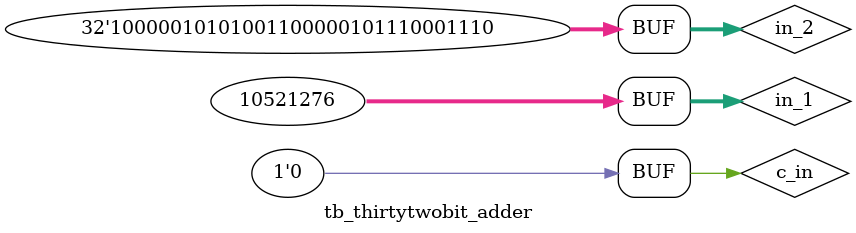
<source format=v>
`timescale 1ns / 1ps


module tb_thirtytwobit_adder;

	// Inputs
	reg [31:0] in_1;
	reg [31:0] in_2;
	reg c_in;

	// Outputs
	wire [31:0] sum;
	wire c_out;

	// Instantiate the Unit Under Test (UUT)
	thirtytwobit_adder uut (
		.in_1(in_1), 
		.in_2(in_2), 
		.c_in(c_in), 
		.sum(sum), 
		.c_out(c_out)
	);

	initial begin
		// Initialize Inputs
		in_1 = 0;
		in_2 = 0;
		c_in = 0;

		// Wait 100 ns for global reset to finish
		#100;
      in_1[15:0] = 16'hFFFF;
		in_1[31:16]= 16'hFFFF;
		in_2[15:0] = 16'hFFFF;
		in_2[31:16]= 16'hFFFF;
		#2;
		in_1[15:0] = 16'hABCD;
		in_1[31:16]= 16'hABCD;
		in_2[15:0] = 16'hAAAA;
		in_2[31:16]= 16'hAAAA;
		#2;
		in_1[15:0] = 16'hABCD;
		in_1[31:16]= 16'hBEFA;
		in_2[15:0] = 16'hAAAA;
		in_2[31:16]= 16'h82A6;
		#2;
		in_1[15:0] = 16'hABCD;
		in_1[31:16]= 16'h1010;
		in_2[15:0] = 16'h1010;
		in_2[31:16]= 16'h82A6;
		#2;
		in_1[15:0] = 16'h8ABC;
		in_1[31:16]= 16'h1010;
		in_2[15:0] = 16'h8234;
		in_2[31:16]= 16'h82A6;
		#2;		
		in_1[15:0] = 16'h8ABC;
		in_1[31:16]= 16'h00A0;
		in_2[15:0] = 16'h0B8E;
		in_2[31:16]= 16'h82A6;
		#2;	
		// Add stimulus here

	end
      
endmodule


</source>
